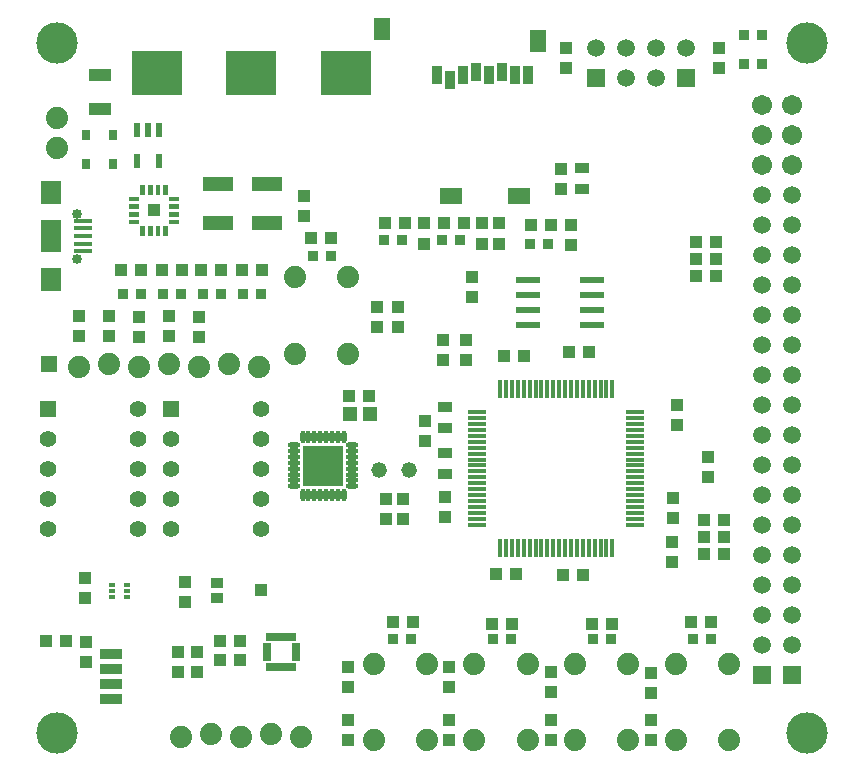
<source format=gbr>
%TF.GenerationSoftware,Novarm,DipTrace,3.2.0.1*%
%TF.CreationDate,2017-11-16T22:50:51-08:00*%
%FSLAX26Y26*%
%MOIN*%
%TF.FileFunction,Soldermask,Top*%
%TF.Part,Single*%
%AMOUTLINE0*
4,1,4,
-0.049213,-0.023622,
0.049213,-0.023622,
0.049213,0.023622,
-0.049213,0.023622,
-0.049213,-0.023622,
0*%
%AMOUTLINE1*
4,1,4,
-0.012402,-0.016339,
0.012402,-0.016339,
0.012402,0.016339,
-0.012402,0.016339,
-0.012402,-0.016339,
0*%
%AMOUTLINE2*
4,1,4,
-0.035433,0.019685,
-0.035433,-0.019685,
0.035433,-0.019685,
0.035433,0.019685,
-0.035433,0.019685,
0*%
%AMOUTLINE3*
4,1,4,
-0.028543,0.007874,
-0.028543,-0.007874,
0.028543,-0.007874,
0.028543,0.007874,
-0.028543,0.007874,
0*%
%AMOUTLINE4*
4,1,4,
-0.029528,0.035433,
-0.029528,-0.035433,
0.029528,-0.035433,
0.029528,0.035433,
-0.029528,0.035433,
0*%
%AMOUTLINE5*
4,1,4,
-0.029528,0.049213,
-0.029528,-0.049213,
0.029528,-0.049213,
0.029528,0.049213,
-0.029528,0.049213,
0*%
%AMOUTLINE6*
4,1,4,
0.026163,0.026163,
0.026205,-0.026121,
-0.026121,-0.026205,
-0.026163,0.026163,
0.026163,0.026163,
0*%
%AMOUTLINE7*
4,1,4,
-0.023622,0.015748,
-0.023622,-0.015748,
0.023622,-0.015748,
0.023622,0.015748,
-0.023622,0.015748,
0*%
%AMOUTLINE8*
4,1,4,
0.023622,-0.015748,
0.023622,0.015748,
-0.023622,0.015748,
-0.023622,-0.015748,
0.023622,-0.015748,
0*%
%AMOUTLINE9*
4,1,4,
-0.015748,0.015748,
-0.015748,-0.015748,
0.015748,-0.015748,
0.015748,0.015748,
-0.015748,0.015748,
0*%
%AMOUTLINE10*
4,1,4,
0.015748,0.029528,
-0.015748,0.029528,
-0.015748,-0.029528,
0.015748,-0.029528,
0.015748,0.029528,
0*%
%AMOUTLINE11*
4,1,4,
0.035433,0.027559,
-0.035433,0.027559,
-0.035433,-0.027559,
0.035433,-0.027559,
0.035433,0.027559,
0*%
%AMOUTLINE12*
4,1,4,
0.027559,0.037402,
-0.027559,0.037402,
-0.027559,-0.037402,
0.027559,-0.037402,
0.027559,0.037402,
0*%
%AMOUTLINE13*
4,1,4,
0.00689,-0.01378,
0.00689,0.01378,
-0.00689,0.01378,
-0.00689,-0.01378,
0.00689,-0.01378,
0*%
%AMOUTLINE14*
4,1,4,
0.01378,0.00689,
-0.01378,0.00689,
-0.01378,-0.00689,
0.01378,-0.00689,
0.01378,0.00689,
0*%
%AMOUTLINE15*
4,1,4,
-0.00689,0.01378,
-0.00689,-0.01378,
0.00689,-0.01378,
0.00689,0.01378,
-0.00689,0.01378,
0*%
%AMOUTLINE16*
4,1,4,
-0.01378,-0.00689,
0.01378,-0.00689,
0.01378,0.00689,
-0.01378,0.00689,
-0.01378,-0.00689,
0*%
%AMOUTLINE17*
4,1,4,
0.019685,-0.019685,
0.019685,0.019685,
-0.019685,0.019685,
-0.019685,-0.019685,
0.019685,-0.019685,
0*%
%AMOUTLINE18*
4,1,4,
-0.010827,-0.023622,
0.010827,-0.023622,
0.010827,0.023622,
-0.010827,0.023622,
-0.010827,-0.023622,
0*%
%AMOUTLINE19*
4,1,4,
0.021654,0.015748,
-0.021654,0.015748,
-0.021654,-0.015748,
0.021654,-0.015748,
0.021654,0.015748,
0*%
%AMOUTLINE20*
4,1,4,
0.021654,0.019685,
-0.021654,0.019685,
-0.021654,-0.019685,
0.021654,-0.019685,
0.021654,0.019685,
0*%
%AMOUTLINE21*
4,1,4,
0.035433,-0.015748,
0.035433,0.015748,
-0.035433,0.015748,
-0.035433,-0.015748,
0.035433,-0.015748,
0*%
%AMOUTLINE22*
4,1,4,
-0.009843,0.005906,
-0.009843,-0.005906,
0.009843,-0.005906,
0.009843,0.005906,
-0.009843,0.005906,
0*%
%ADD21R,0.043307X0.03937*%
%ADD22R,0.03937X0.043307*%
%ADD30C,0.074*%
%ADD33C,0.052*%
%ADD35R,0.062992X0.011811*%
%ADD36R,0.011811X0.062992*%
%ADD37R,0.07874X0.023622*%
%ADD41R,0.05937X0.05937*%
%ADD42C,0.05937*%
%ADD47R,0.059055X0.059055*%
%ADD48C,0.059055*%
%ADD50C,0.137795*%
%ADD51C,0.033465*%
%ADD59C,0.067055*%
%ADD63R,0.135953X0.135953*%
%ADD65O,0.041465X0.019811*%
%ADD67O,0.019811X0.041465*%
%ADD73R,0.027685X0.019811*%
%ADD75R,0.019811X0.027685*%
%ADD87C,0.056*%
%ADD89R,0.055992X0.055992*%
%ADD93R,0.051307X0.04737*%
%ADD95R,0.16548X0.149732*%
%ADD100OUTLINE0*%
%ADD101OUTLINE1*%
%ADD102OUTLINE2*%
%ADD103OUTLINE3*%
%ADD104OUTLINE4*%
%ADD105OUTLINE5*%
%ADD106OUTLINE6*%
%ADD107OUTLINE7*%
%ADD108OUTLINE8*%
%ADD109OUTLINE9*%
%ADD110OUTLINE10*%
%ADD111OUTLINE11*%
%ADD112OUTLINE12*%
%ADD113OUTLINE13*%
%ADD114OUTLINE14*%
%ADD115OUTLINE15*%
%ADD116OUTLINE16*%
%ADD117OUTLINE17*%
%ADD118OUTLINE18*%
%ADD119OUTLINE19*%
%ADD120OUTLINE20*%
%ADD121OUTLINE21*%
%ADD122OUTLINE22*%
G75*
G01*
%LPD*%
D95*
X1456500Y2694000D3*
X1141539D3*
X826579D3*
D21*
X2050424Y1750382D3*
X1983495D3*
X1956664Y1025306D3*
X2023593D3*
D22*
X2547125Y1209625D3*
Y1276554D3*
D21*
X2247125Y1019000D3*
X2180196D3*
D22*
X2559625Y1519000D3*
Y1585929D3*
X1787749Y1281500D3*
Y1214571D3*
X1722125Y1465871D3*
Y1532801D3*
X1647003Y1275156D3*
Y1208227D3*
X1590752Y1275156D3*
Y1208227D3*
D100*
X1031470Y2322129D3*
Y2192207D3*
X1193987Y2322129D3*
Y2192207D3*
D21*
X2200249Y1762751D3*
X2267178D3*
D22*
X1319000Y2284625D3*
Y2217696D3*
X1877465Y2014965D3*
Y1948035D3*
D21*
X1037752Y800249D3*
X1104681D3*
X1103378Y737749D3*
X1036449D3*
D22*
X587749Y944000D3*
Y1010929D3*
X589982Y796243D3*
Y729314D3*
X2175437Y2375448D3*
Y2308518D3*
D21*
X1469000Y1615875D3*
X1535929D3*
D101*
X590875Y2487751D3*
X681427D3*
X590875Y2390875D3*
X681427D3*
D89*
X875251Y1572125D3*
D87*
Y1472125D3*
Y1372125D3*
Y1272125D3*
Y1172125D3*
X1175251D3*
Y1272125D3*
Y1372125D3*
Y1472125D3*
Y1572125D3*
D89*
X465875D3*
D87*
Y1472125D3*
Y1372125D3*
Y1272125D3*
Y1172125D3*
X765875D3*
Y1272125D3*
Y1372125D3*
Y1472125D3*
Y1572125D3*
D102*
X637751Y2575251D3*
Y2685487D3*
D50*
X494000Y494000D3*
X2994000D3*
Y2794000D3*
X494000D3*
G36*
X507681Y2334658D2*
X440820D1*
Y2255851D1*
X507681D1*
Y2334658D1*
G37*
G36*
Y2044594D2*
X440820D1*
Y1965787D1*
X507681D1*
Y2044594D1*
G37*
G36*
Y2203405D2*
X440845D1*
Y2097040D1*
X507681D1*
Y2203405D1*
G37*
D103*
X581500Y2150251D3*
Y2175841D3*
Y2099070D3*
Y2124659D3*
D104*
X474217Y2295329D3*
Y2005172D3*
D105*
Y2150251D3*
D103*
X581500Y2201430D3*
D51*
X560831Y2225054D3*
Y2075446D3*
D30*
X494000Y2444000D3*
Y2544000D3*
D106*
X469000Y1725249D3*
D30*
X569000Y1715249D3*
X669000Y1725249D3*
X769000Y1715249D3*
X869000Y1725249D3*
X969000Y1715249D3*
X1069000Y1725249D3*
X1169000Y1715249D3*
D107*
X1787896Y1356591D3*
Y1427457D3*
D108*
Y1581614D3*
Y1510748D3*
D107*
X2244194Y2306690D3*
Y2377556D3*
D109*
X1407251Y2083751D3*
X1348196D3*
X908583Y1956501D3*
X849528D3*
X775251D3*
X716196D3*
X1175249D3*
X1116194D3*
X1041916D3*
X982861D3*
X2675249Y806500D3*
X2616194D3*
X2341916D3*
X2282861D3*
X2008584D3*
X1949529D3*
X1675251D3*
X1616196D3*
X1837902Y2137923D3*
X1778846D3*
X1644131D3*
X1585076D3*
X2131682Y2125421D3*
X2072627D3*
X2844000Y2725251D3*
X2784945D3*
X2844000Y2819000D3*
X2784945D3*
D110*
X1762749Y2687749D3*
X1806056Y2672001D3*
X1849364Y2687749D3*
X1892671Y2695623D3*
X1935978Y2687749D3*
X1979285Y2695623D3*
X2022592Y2687749D3*
X2065899D3*
D111*
X2034009Y2282238D3*
X1809600D3*
D112*
X1579285Y2839324D3*
X2097001Y2799954D3*
D33*
X1569000Y1369000D3*
X1669000D3*
D22*
X1781654Y1736257D3*
Y1803186D3*
X1856654Y1737881D3*
Y1804810D3*
D21*
X1339677Y2144173D3*
X1406606D3*
D22*
X1631500Y1912751D3*
Y1845822D3*
X1969165Y2125421D3*
Y2192350D3*
X969000Y1812751D3*
Y1879680D3*
X869000Y1815875D3*
Y1882804D3*
X769000Y1814571D3*
Y1881500D3*
X669000Y1815875D3*
Y1882804D3*
X2544226Y1131567D3*
Y1064638D3*
X569000Y1884625D3*
Y1817696D3*
D21*
X843738Y2037751D3*
X910667D3*
X708320D3*
X775249D3*
D22*
X1562751Y1912751D3*
Y1845822D3*
D21*
X1109625Y2037751D3*
X1176554D3*
X975251D3*
X1042180D3*
X2675249Y862749D3*
X2608320D3*
X2344000Y856500D3*
X2277071D3*
X2012751D3*
X1945822D3*
X1681500Y862749D3*
X1614571D3*
D22*
X1912741Y2125249D3*
Y2192178D3*
D21*
X1783311Y2194000D3*
X1850240D3*
D22*
X1718991Y2125249D3*
Y2192178D3*
D21*
X1587739Y2194000D3*
X1654668D3*
D22*
X2206690Y2119171D3*
Y2186100D3*
D21*
X2075427Y2187928D3*
X2142356D3*
D22*
X1465073Y714995D3*
Y648066D3*
X1802609Y714995D3*
Y648066D3*
X2141972Y696243D3*
Y629314D3*
X2475469Y694031D3*
Y627102D3*
X2140144Y537765D3*
Y470836D3*
X1802609Y537765D3*
Y470836D3*
X2475469Y537765D3*
Y470836D3*
X1465073Y537765D3*
Y470836D3*
D21*
X456507Y800282D3*
X523436D3*
D22*
X962810Y762778D3*
Y695849D3*
X897175Y762778D3*
Y695849D3*
D21*
X2650249Y1203375D3*
X2717178D3*
X2650251Y1147125D3*
X2717180D3*
X2650249Y1090875D3*
X2717178D3*
X2625251Y2131500D3*
X2692180D3*
X2625252Y2075251D3*
X2692181D3*
X2625488Y2016034D3*
X2692417D3*
D22*
X920157Y930713D3*
Y997642D3*
X2702466Y2777465D3*
Y2710535D3*
X2662988Y1412846D3*
Y1345917D3*
X2189963Y2710546D3*
Y2777475D3*
D93*
X1469911Y1557411D3*
X1536840D3*
D30*
X1287749Y1756500D3*
Y2012500D3*
X1465749Y1756500D3*
Y2012500D3*
X1550249Y469000D3*
Y725000D3*
X1728249Y469000D3*
Y725000D3*
X1885667Y469000D3*
Y725000D3*
X2063667Y469000D3*
Y725000D3*
X2221083Y469000D3*
Y725000D3*
X2399083Y469000D3*
Y725000D3*
X2556500Y469000D3*
Y725000D3*
X2734500Y469000D3*
Y725000D3*
D35*
X1894984Y1562749D3*
Y1543064D3*
Y1523379D3*
Y1503694D3*
Y1484009D3*
Y1464324D3*
Y1444639D3*
Y1424954D3*
Y1405269D3*
Y1385584D3*
Y1365899D3*
Y1346214D3*
Y1326529D3*
Y1306844D3*
Y1287159D3*
Y1267474D3*
Y1247789D3*
Y1228104D3*
Y1208419D3*
Y1188734D3*
D36*
X1971756Y1111962D3*
X1991441D3*
X2011126D3*
X2030811D3*
X2050496D3*
X2070181D3*
X2089866D3*
X2109551D3*
X2129236D3*
X2148921D3*
X2168606D3*
X2188291D3*
X2207976D3*
X2227661D3*
X2247346D3*
X2267031D3*
X2286717D3*
X2306402D3*
X2326087D3*
X2345772D3*
D35*
X2422543Y1188734D3*
Y1208419D3*
Y1228104D3*
Y1247789D3*
Y1267474D3*
Y1287159D3*
Y1306844D3*
Y1326529D3*
Y1346214D3*
Y1365899D3*
Y1385584D3*
Y1405269D3*
Y1424954D3*
Y1444639D3*
Y1464324D3*
Y1484009D3*
Y1503694D3*
Y1523379D3*
Y1543064D3*
Y1562749D3*
D36*
X2345772Y1639521D3*
X2326087D3*
X2306402D3*
X2286717D3*
X2267031D3*
X2247346D3*
X2227661D3*
X2207976D3*
X2188291D3*
X2168606D3*
X2148921D3*
X2129236D3*
X2109551D3*
X2089866D3*
X2070181D3*
X2050496D3*
X2030811D3*
X2011126D3*
X1991441D3*
X1971756D3*
G36*
X864371Y2286645D2*
X848593D1*
Y2320094D1*
X864371D1*
Y2286645D1*
G37*
G36*
X838791D2*
X823013D1*
Y2320094D1*
X838791D1*
Y2286645D1*
G37*
G36*
X813194D2*
X797416D1*
Y2320094D1*
X813194D1*
Y2286645D1*
G37*
G36*
X787598D2*
X771836D1*
Y2320094D1*
X787598D1*
Y2286645D1*
G37*
G36*
X766944Y2281702D2*
X733475D1*
Y2265959D1*
X766944D1*
Y2281702D1*
G37*
G36*
Y2256124D2*
X733475D1*
Y2240364D1*
X766944D1*
Y2256124D1*
G37*
G36*
Y2230529D2*
X733475D1*
Y2214787D1*
X766944D1*
Y2230529D1*
G37*
G36*
Y2204935D2*
X733475D1*
Y2189192D1*
X766944D1*
Y2204935D1*
G37*
G36*
X771887Y2184300D2*
X787598D1*
Y2150816D1*
X771887D1*
Y2184300D1*
G37*
G36*
X797467D2*
X813194D1*
Y2150816D1*
X797467D1*
Y2184300D1*
G37*
G36*
X823064D2*
X838791D1*
Y2150816D1*
X823064D1*
Y2184300D1*
G37*
G36*
X848644D2*
X864371D1*
Y2150816D1*
X848644D1*
Y2184300D1*
G37*
G36*
X869281Y2189242D2*
X902766D1*
Y2204935D1*
X869281D1*
Y2189242D1*
G37*
G36*
Y2214837D2*
X902766D1*
Y2230529D1*
X869281D1*
Y2214837D1*
G37*
G36*
Y2240415D2*
X902766D1*
Y2256124D1*
X869281D1*
Y2240415D1*
G37*
G36*
Y2266010D2*
X902766D1*
Y2281702D1*
X869281D1*
Y2266010D1*
G37*
D113*
X856500Y2303375D3*
X830909D3*
X805319D3*
X779728D3*
D114*
X750201Y2273848D3*
Y2248257D3*
Y2222667D3*
Y2197076D3*
D115*
X779728Y2167549D3*
X805319D3*
X830909D3*
X856500D3*
D116*
X886028Y2197076D3*
Y2222667D3*
Y2248257D3*
Y2273848D3*
D117*
X818114Y2235462D3*
D118*
X834625Y2503375D3*
X797223D3*
X759822D3*
Y2401005D3*
X834625D3*
D37*
X2065875Y2003375D3*
Y1953375D3*
Y1903375D3*
Y1853375D3*
X2278474D3*
Y1903375D3*
Y1953375D3*
Y2003375D3*
D75*
X1281593Y812783D3*
X1261908D3*
X1242223D3*
X1222538D3*
X1202853D3*
D73*
X1193010Y783256D3*
Y763571D3*
Y743886D3*
D75*
X1222538Y714358D3*
X1242223D3*
X1261908D3*
X1281593D3*
D73*
X1291436Y743886D3*
Y763571D3*
Y783256D3*
D75*
X1202853Y714358D3*
D119*
X1028375Y944000D3*
D120*
X1175226Y969984D3*
D119*
X1028375Y995181D3*
D121*
X675280Y756528D3*
Y606528D3*
Y656528D3*
Y706528D3*
D122*
X728375Y947126D3*
Y966811D3*
Y986496D3*
X676407D3*
Y966811D3*
Y947126D3*
D41*
X2590875Y2678375D3*
D42*
Y2778375D3*
X2490875Y2678375D3*
Y2778375D3*
X2390875Y2678375D3*
Y2778375D3*
D41*
X2290875Y2678375D3*
D42*
Y2778375D3*
D67*
X1450816Y1481230D3*
X1431131D3*
X1411446D3*
X1391761D3*
X1372076D3*
X1352391D3*
X1332706D3*
X1313021D3*
D65*
X1285462Y1453671D3*
Y1433986D3*
Y1414301D3*
Y1394615D3*
Y1374930D3*
Y1355245D3*
Y1335560D3*
Y1315875D3*
D67*
X1313021Y1288316D3*
X1332706D3*
X1352391D3*
X1372076D3*
X1391761D3*
X1411446D3*
X1431131D3*
X1450816D3*
D65*
X1478375Y1315875D3*
Y1335560D3*
Y1355245D3*
Y1374930D3*
Y1394615D3*
Y1414301D3*
Y1433986D3*
Y1453671D3*
D63*
X1381919Y1384773D3*
D47*
X2844000Y687749D3*
D48*
Y787749D3*
Y887749D3*
Y987749D3*
Y1087749D3*
Y1187749D3*
Y1287749D3*
Y1387749D3*
Y1487749D3*
Y1587749D3*
Y1687749D3*
Y1787749D3*
Y1887749D3*
Y1987749D3*
Y2087749D3*
Y2187749D3*
Y2287749D3*
D59*
Y2387749D3*
Y2487749D3*
Y2587749D3*
D47*
X2944000Y687749D3*
D48*
Y787749D3*
Y887749D3*
Y987749D3*
Y1087749D3*
Y1187749D3*
Y1287749D3*
Y1387749D3*
Y1487749D3*
Y1587749D3*
Y1687749D3*
Y1787749D3*
Y1887749D3*
Y1987749D3*
Y2087749D3*
Y2187749D3*
Y2287749D3*
D59*
Y2387749D3*
Y2487749D3*
Y2587749D3*
D30*
X1306596Y481247D3*
X1206596Y491247D3*
X1106596Y481247D3*
X1006596Y491247D3*
X906596Y481247D3*
M02*

</source>
